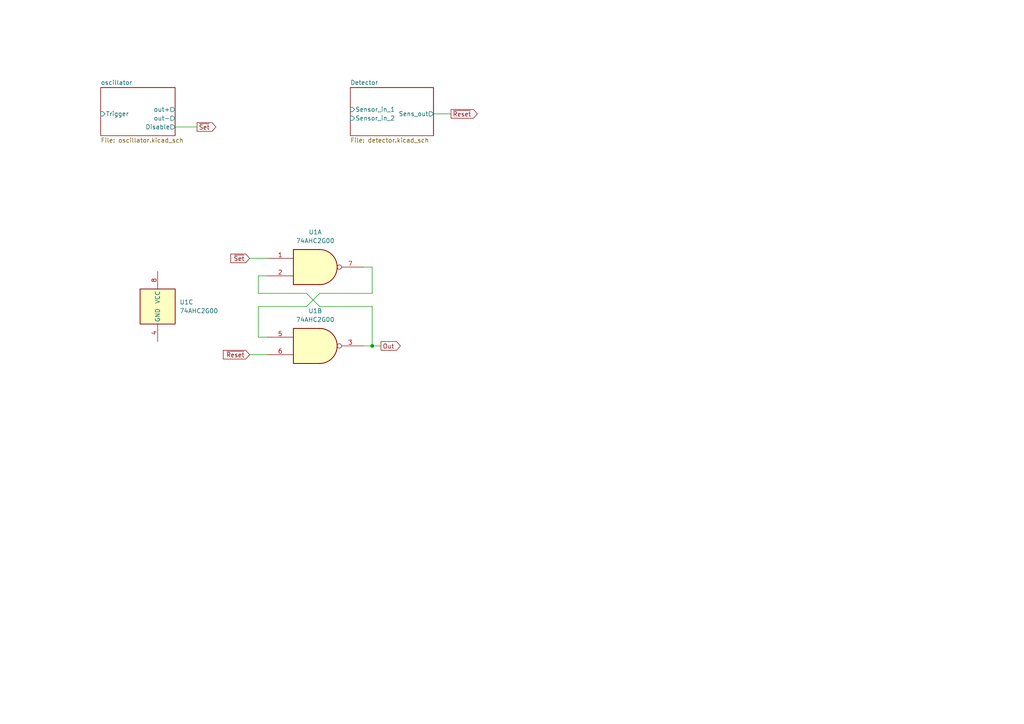
<source format=kicad_sch>
(kicad_sch (version 20230121) (generator eeschema)
  (paper "A4")
  (lib_symbols
    (symbol "74xGxx:74AHC2G00"
      (property "Reference" "U" (at -2.54 3.81 0))
      (property "Value" "74AHC2G00" (at 0 -3.81 0))
      (symbol "74AHC2G00_1_1"
        (arc (start 0 -5.08) (mid 5.0579 0) (end 0 5.08) (stroke (width 0.254)) (fill (type background)))
        (polyline (pts (xy 0 -5.08) (xy -7.62 -5.08) (xy -7.62 5.08) (xy 0 5.08)) (stroke (width 0.254)) (fill (type background)))
        (pin input line (at -15.24 2.54 0) (length 7.62) (name "~") (number "1"))
        (pin input line (at -15.24 -2.54 0) (length 7.62) (name "~") (number "2"))
        (pin output inverted (at 12.7 0 180) (length 7.62) (name "~") (number "7"))
      )
      (symbol "74AHC2G00_2_1"
        (arc (start 0 -5.08) (mid 5.0579 0) (end 0 5.08) (stroke (width 0.254)) (fill (type background)))
        (polyline (pts (xy 0 -5.08) (xy -7.62 -5.08) (xy -7.62 5.08) (xy 0 5.08)) (stroke (width 0.254)) (fill (type background)))
        (pin output inverted (at 12.7 0 180) (length 7.62) (name "~") (number "3"))
        (pin input line (at -15.24 2.54 0) (length 7.62) (name "~") (number "5"))
        (pin input line (at -15.24 -2.54 0) (length 7.62) (name "~") (number "6"))
      )
      (symbol "74AHC2G00_3_0"
        (rectangle (start -5.08 -5.08) (end 5.08 5.08) (stroke (width 0.254)) (fill (type background)))
      )
      (symbol "74AHC2G00_3_1"
        (pin power_in line (at 0 -10.16 90) (length 5.08) (name "GND") (number "4"))
        (pin power_in line (at 0 10.16 270) (length 5.08) (name "VCC") (number "8"))
      )
    )
  )
  (junction (at 107.95 100.33))
  (wire (pts (xy 107.95 77.47) (xy 107.95 85.09)))
  (wire (pts (xy 92.71 85.09) (xy 88.9 88.9)))
  (wire (pts (xy 74.93 85.09) (xy 88.9 85.09)))
  (wire (pts (xy 125.73 33.02) (xy 130.81 33.02)))
  (wire (pts (xy 107.95 88.9) (xy 107.95 100.33)))
  (wire (pts (xy 50.8 36.83) (xy 57.15 36.83)))
  (wire (pts (xy 107.95 100.33) (xy 110.49 100.33)))
  (wire (pts (xy 74.93 88.9) (xy 74.93 97.79)))
  (wire (pts (xy 74.93 88.9) (xy 88.9 88.9)))
  (wire (pts (xy 74.93 80.01) (xy 74.93 85.09)))
  (wire (pts (xy 72.39 74.93) (xy 77.47 74.93)))
  (wire (pts (xy 74.93 80.01) (xy 77.47 80.01)))
  (wire (pts (xy 105.41 100.33) (xy 107.95 100.33)))
  (wire (pts (xy 107.95 85.09) (xy 92.71 85.09)))
  (wire (pts (xy 72.39 102.87) (xy 77.47 102.87)))
  (wire (pts (xy 74.93 97.79) (xy 77.47 97.79)))
  (wire (pts (xy 105.41 77.47) (xy 107.95 77.47)))
  (wire (pts (xy 88.9 85.09) (xy 92.71 88.9)))
  (wire (pts (xy 92.71 88.9) (xy 107.95 88.9)))
  (global_label "~{Reset}" (shape input) (at 72.39 102.87 180) (property "Intersheetrefs" "${INTERSHEET_REFS}" (effects hide)))
  (global_label "~{Set}" (shape input) (at 72.39 74.93 180) (property "Intersheetrefs" "${INTERSHEET_REFS}" (effects hide)))
  (global_label "~{Reset}" (shape output) (at 130.81 33.02 0) (property "Intersheetrefs" "${INTERSHEET_REFS}" (effects hide)))
  (global_label "~{Set}" (shape output) (at 57.15 36.83 0) (property "Intersheetrefs" "${INTERSHEET_REFS}" (effects hide)))
  (global_label "Out" (shape output) (at 110.49 100.33 0) (property "Intersheetrefs" "${INTERSHEET_REFS}" (effects hide)))
  (symbol (lib_id "74xGxx:74AHC2G00") (at 45.72 88.9 0) (unit 3)
    (property "Reference" "U1" (at 52.07 87.63 0) (effects (justify left)))
    (property "Value" "74AHC2G00" (at 52.07 90.17 0) (effects (justify left)))
    (property "Datasheet" "https://assets.nexperia.com/documents/data-sheet/74AHC_AHCT2G00.pdf" (effects hide))
  )
  (symbol (lib_id "74xGxx:74AHC2G00") (at 92.71 77.47 0) (unit 1)
    (property "Reference" "U1" (at 91.4289 67.31 0))
    (property "Value" "74AHC2G00" (at 91.4289 69.85 0))
    (property "Datasheet" "https://assets.nexperia.com/documents/data-sheet/74AHC_AHCT2G00.pdf" (effects hide))
  )
  (symbol (lib_id "74xGxx:74AHC2G00") (at 92.71 100.33 0) (unit 2)
    (property "Reference" "U1" (at 91.4289 90.17 0))
    (property "Value" "74AHC2G00" (at 91.4289 92.71 0))
    (property "Datasheet" "https://assets.nexperia.com/documents/data-sheet/74AHC_AHCT2G00.pdf" (effects hide))
  )
  (sheet (at 101.6 25.4) (size 24.13 13.97) (stroke (width 0.1524))
    (property "Sheetname" "Detector" (at 101.6 24.6884 0) (effects (justify left bottom)))
    (property "Sheetfile" "detector.kicad_sch" (at 101.6 39.9546 0) (effects (justify left top)))
    (pin "Sensor_in_1" input (at 101.6 31.75 180))
    (pin "Sensor_in_2" input (at 101.6 34.29 180))
    (pin "Sens_out" output (at 125.73 33.02 0))
  )
  (sheet (at 29.21 25.4) (size 21.59 13.97) (stroke (width 0.1524))
    (property "Sheetname" "oscillator" (at 29.21 24.6884 0) (effects (justify left bottom)))
    (property "Sheetfile" "oscillator.kicad_sch" (at 29.21 39.9546 0) (effects (justify left top)))
    (pin "out+" output (at 50.8 31.75 0))
    (pin "out-" output (at 50.8 34.29 0))
    (pin "Disable" output (at 50.8 36.83 0))
    (pin "Trigger" input (at 29.21 33.02 180))
  )
)
</source>
